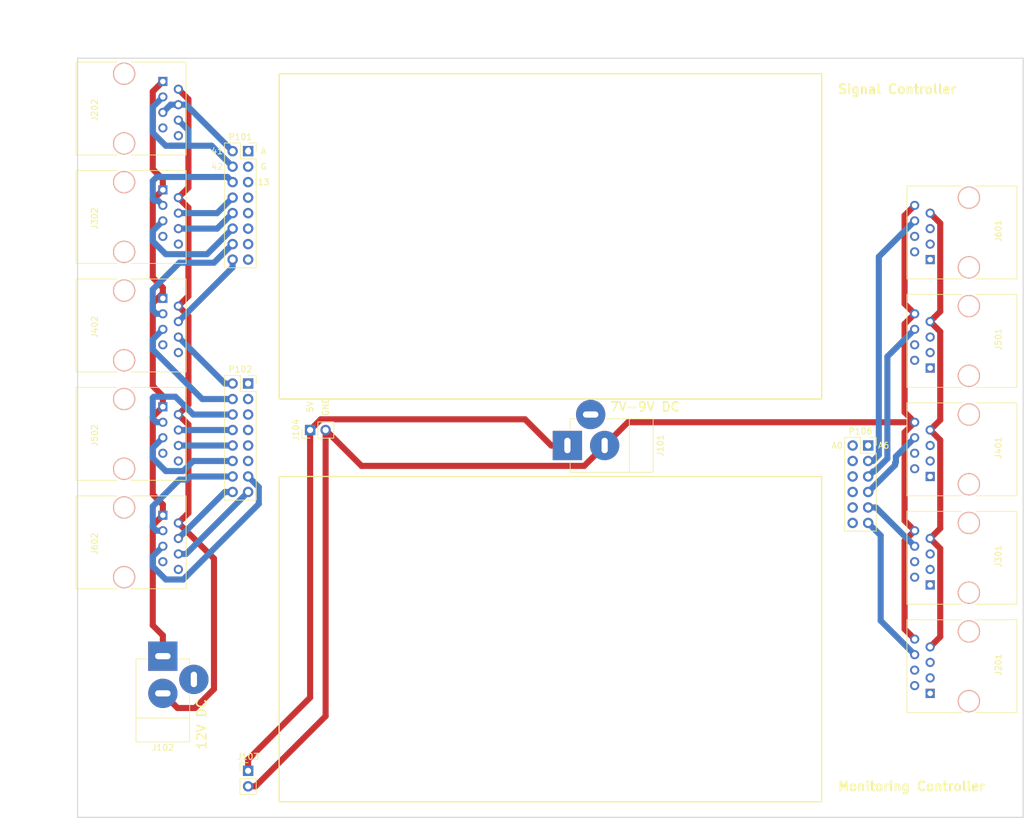
<source format=kicad_pcb>
(kicad_pcb (version 4) (host pcbnew 4.0.7)

  (general
    (links 48)
    (no_connects 0)
    (area 29.535716 11.279234 198.195001 144.855001)
    (thickness 1.6)
    (drawings 20)
    (tracks 197)
    (zones 0)
    (modules 17)
    (nets 29)
  )

  (page A4)
  (layers
    (0 F.Cu signal)
    (31 B.Cu signal)
    (32 B.Adhes user)
    (33 F.Adhes user)
    (34 B.Paste user)
    (35 F.Paste user)
    (36 B.SilkS user)
    (37 F.SilkS user)
    (38 B.Mask user)
    (39 F.Mask user)
    (40 Dwgs.User user)
    (41 Cmts.User user)
    (42 Eco1.User user)
    (43 Eco2.User user)
    (44 Edge.Cuts user)
    (45 Margin user)
    (46 B.CrtYd user)
    (47 F.CrtYd user)
    (48 B.Fab user)
    (49 F.Fab user)
  )

  (setup
    (last_trace_width 1)
    (trace_clearance 0.4)
    (zone_clearance 0.508)
    (zone_45_only no)
    (trace_min 0.2)
    (segment_width 0.2)
    (edge_width 0.15)
    (via_size 1.5)
    (via_drill 0.8)
    (via_min_size 0.4)
    (via_min_drill 0.3)
    (uvia_size 0.3)
    (uvia_drill 0.1)
    (uvias_allowed no)
    (uvia_min_size 0.2)
    (uvia_min_drill 0.1)
    (pcb_text_width 0.3)
    (pcb_text_size 1.5 1.5)
    (mod_edge_width 0.15)
    (mod_text_size 1 1)
    (mod_text_width 0.15)
    (pad_size 1.524 1.524)
    (pad_drill 0.762)
    (pad_to_mask_clearance 0.2)
    (aux_axis_origin 0 0)
    (visible_elements 7FFFEFFF)
    (pcbplotparams
      (layerselection 0x00030_80000001)
      (usegerberextensions false)
      (excludeedgelayer true)
      (linewidth 0.100000)
      (plotframeref false)
      (viasonmask false)
      (mode 1)
      (useauxorigin false)
      (hpglpennumber 1)
      (hpglpenspeed 20)
      (hpglpendiameter 15)
      (hpglpenoverlay 2)
      (psnegative false)
      (psa4output false)
      (plotreference true)
      (plotvalue true)
      (plotinvisibletext false)
      (padsonsilk false)
      (subtractmaskfromsilk false)
      (outputformat 1)
      (mirror false)
      (drillshape 1)
      (scaleselection 1)
      (outputdirectory ""))
  )

  (net 0 "")
  (net 1 ARD_TEMP_HB)
  (net 2 ARD_PWM_1)
  (net 3 ARD_PWM_3)
  (net 4 ARD_PWM_2)
  (net 5 ARD_PWM_4)
  (net 6 ARD_TEMP_A)
  (net 7 ARD_5V)
  (net 8 ARD_GND)
  (net 9 DC_IN)
  (net 10 DC_GND)
  (net 11 ARD_PWM_5)
  (net 12 ARD_PWM_6)
  (net 13 ARD_PWM_7)
  (net 14 ARD_PWM_8)
  (net 15 ARD_HBRIDGE_A)
  (net 16 ARD_HBRIDGE_B)
  (net 17 ARD_PWM_9)
  (net 18 ARD_PWM_10)
  (net 19 ARD_PWM_11)
  (net 20 ARD_PWM_12)
  (net 21 ARD_PWM_13)
  (net 22 ARD_PWM_14)
  (net 23 ARD_PWM_15)
  (net 24 ARD_PWM_16)
  (net 25 "Net-(J101-Pad1)")
  (net 26 ARD_TEMP_D)
  (net 27 ARD_TEMP_C)
  (net 28 ARD_TEMP_B)

  (net_class Default "This is the default net class."
    (clearance 0.4)
    (trace_width 1)
    (via_dia 1.5)
    (via_drill 0.8)
    (uvia_dia 0.3)
    (uvia_drill 0.1)
    (add_net ARD_5V)
    (add_net ARD_GND)
    (add_net ARD_HBRIDGE_A)
    (add_net ARD_HBRIDGE_B)
    (add_net ARD_PWM_1)
    (add_net ARD_PWM_10)
    (add_net ARD_PWM_11)
    (add_net ARD_PWM_12)
    (add_net ARD_PWM_13)
    (add_net ARD_PWM_14)
    (add_net ARD_PWM_15)
    (add_net ARD_PWM_16)
    (add_net ARD_PWM_2)
    (add_net ARD_PWM_3)
    (add_net ARD_PWM_4)
    (add_net ARD_PWM_5)
    (add_net ARD_PWM_6)
    (add_net ARD_PWM_7)
    (add_net ARD_PWM_8)
    (add_net ARD_PWM_9)
    (add_net ARD_TEMP_A)
    (add_net ARD_TEMP_B)
    (add_net ARD_TEMP_C)
    (add_net ARD_TEMP_D)
    (add_net ARD_TEMP_HB)
    (add_net DC_GND)
    (add_net DC_IN)
    (add_net "Net-(J101-Pad1)")
  )

  (module Connectors:JACK_ALIM (layer F.Cu) (tedit 5A2FD67E) (tstamp 5A300BFA)
    (at 123.44 83.82 180)
    (descr "module 1 pin (ou trou mecanique de percage)")
    (tags "CONN JACK")
    (path /5A3106C2)
    (fp_text reference J101 (at -15.24 0 270) (layer F.SilkS)
      (effects (font (size 1 1) (thickness 0.15)))
    )
    (fp_text value "7V-9V DC" (at -12.7 6.35 180) (layer F.SilkS)
      (effects (font (size 1.5 1.5) (thickness 0.25)))
    )
    (fp_line (start -10.15 -4.4) (end -10.15 4.4) (layer F.SilkS) (width 0.12))
    (fp_line (start -6.35 4.4) (end -14.05 4.4) (layer F.SilkS) (width 0.12))
    (fp_line (start -14.05 4.4) (end -14.05 -4.4) (layer F.SilkS) (width 0.12))
    (fp_line (start -14.05 -4.4) (end -13.85 -4.4) (layer F.SilkS) (width 0.12))
    (fp_line (start -0.45 2.55) (end -0.45 4.4) (layer F.SilkS) (width 0.12))
    (fp_line (start -0.45 4.4) (end -1.3 4.4) (layer F.SilkS) (width 0.12))
    (fp_line (start -13.95 -4.4) (end -0.45 -4.4) (layer F.SilkS) (width 0.12))
    (fp_line (start -0.45 -4.4) (end -0.45 -2.55) (layer F.SilkS) (width 0.12))
    (fp_line (start -13.21 -4.32) (end -13.97 -4.32) (layer F.Fab) (width 0.1))
    (fp_line (start -13.97 -4.32) (end -13.97 4.32) (layer F.Fab) (width 0.1))
    (fp_line (start -13.97 4.32) (end -13.21 4.32) (layer F.Fab) (width 0.1))
    (fp_line (start -10.16 -4.32) (end -10.16 4.32) (layer F.Fab) (width 0.1))
    (fp_line (start -0.51 -4.32) (end -0.51 4.32) (layer F.Fab) (width 0.1))
    (fp_line (start -13.21 4.32) (end -0.51 4.32) (layer F.Fab) (width 0.1))
    (fp_line (start -13.21 -4.32) (end -0.51 -4.32) (layer F.Fab) (width 0.1))
    (fp_line (start -14.22 -4.57) (end 2.65 -4.57) (layer F.CrtYd) (width 0.05))
    (fp_line (start -14.22 -4.57) (end -14.22 7.73) (layer F.CrtYd) (width 0.05))
    (fp_line (start 2.65 7.73) (end 2.65 -4.57) (layer F.CrtYd) (width 0.05))
    (fp_line (start 2.65 7.73) (end -14.22 7.73) (layer F.CrtYd) (width 0.05))
    (pad 2 thru_hole circle (at -6.1 0 180) (size 4.8 4.8) (drill oval 1.02 2.54) (layers *.Cu *.Mask)
      (net 8 ARD_GND))
    (pad 1 thru_hole rect (at 0 0 180) (size 4.8 4.8) (drill oval 1.02 2.54) (layers *.Cu *.Mask)
      (net 25 "Net-(J101-Pad1)"))
    (pad 3 thru_hole circle (at -3.81 5.08 180) (size 4.8 4.8) (drill oval 2.54 1.02) (layers *.Cu *.Mask))
    (model ${KISYS3DMOD}/Connectors.3dshapes/JACK_ALIM.wrl
      (at (xyz -0.24 0 0))
      (scale (xyz 0.8 0.8 0.8))
      (rotate (xyz 0 0 0))
    )
  )

  (module Connectors:JACK_ALIM (layer F.Cu) (tedit 5A2FD66C) (tstamp 5A300C2C)
    (at 57.15 118.36 90)
    (descr "module 1 pin (ou trou mecanique de percage)")
    (tags "CONN JACK")
    (path /5A3109C7)
    (fp_text reference J102 (at -14.99 0 180) (layer F.SilkS)
      (effects (font (size 1 1) (thickness 0.15)))
    )
    (fp_text value "12V DC" (at -11.18 6.35 90) (layer F.SilkS)
      (effects (font (size 1.5 1.5) (thickness 0.25)))
    )
    (fp_line (start -10.15 -4.4) (end -10.15 4.4) (layer F.SilkS) (width 0.12))
    (fp_line (start -6.35 4.4) (end -14.05 4.4) (layer F.SilkS) (width 0.12))
    (fp_line (start -14.05 4.4) (end -14.05 -4.4) (layer F.SilkS) (width 0.12))
    (fp_line (start -14.05 -4.4) (end -13.85 -4.4) (layer F.SilkS) (width 0.12))
    (fp_line (start -0.45 2.55) (end -0.45 4.4) (layer F.SilkS) (width 0.12))
    (fp_line (start -0.45 4.4) (end -1.3 4.4) (layer F.SilkS) (width 0.12))
    (fp_line (start -13.95 -4.4) (end -0.45 -4.4) (layer F.SilkS) (width 0.12))
    (fp_line (start -0.45 -4.4) (end -0.45 -2.55) (layer F.SilkS) (width 0.12))
    (fp_line (start -13.21 -4.32) (end -13.97 -4.32) (layer F.Fab) (width 0.1))
    (fp_line (start -13.97 -4.32) (end -13.97 4.32) (layer F.Fab) (width 0.1))
    (fp_line (start -13.97 4.32) (end -13.21 4.32) (layer F.Fab) (width 0.1))
    (fp_line (start -10.16 -4.32) (end -10.16 4.32) (layer F.Fab) (width 0.1))
    (fp_line (start -0.51 -4.32) (end -0.51 4.32) (layer F.Fab) (width 0.1))
    (fp_line (start -13.21 4.32) (end -0.51 4.32) (layer F.Fab) (width 0.1))
    (fp_line (start -13.21 -4.32) (end -0.51 -4.32) (layer F.Fab) (width 0.1))
    (fp_line (start -14.22 -4.57) (end 2.65 -4.57) (layer F.CrtYd) (width 0.05))
    (fp_line (start -14.22 -4.57) (end -14.22 7.73) (layer F.CrtYd) (width 0.05))
    (fp_line (start 2.65 7.73) (end 2.65 -4.57) (layer F.CrtYd) (width 0.05))
    (fp_line (start 2.65 7.73) (end -14.22 7.73) (layer F.CrtYd) (width 0.05))
    (pad 2 thru_hole circle (at -6.1 0 90) (size 4.8 4.8) (drill oval 1.02 2.54) (layers *.Cu *.Mask)
      (net 10 DC_GND))
    (pad 1 thru_hole rect (at 0 0 90) (size 4.8 4.8) (drill oval 1.02 2.54) (layers *.Cu *.Mask)
      (net 9 DC_IN))
    (pad 3 thru_hole circle (at -3.81 5.08 90) (size 4.8 4.8) (drill oval 2.54 1.02) (layers *.Cu *.Mask))
    (model ${KISYS3DMOD}/Connectors.3dshapes/JACK_ALIM.wrl
      (at (xyz -0.24 0 0))
      (scale (xyz 0.8 0.8 0.8))
      (rotate (xyz 0 0 0))
    )
  )

  (module PartsLibraries:RJ45 (layer F.Cu) (tedit 59511D7C) (tstamp 5A2EB831)
    (at 182.88 88.9 90)
    (tags RJ45)
    (path /5A2F40AA/5A2E9F01)
    (fp_text reference J401 (at 4.7 11.18 90) (layer F.SilkS)
      (effects (font (size 1 1) (thickness 0.15)))
    )
    (fp_text value RJ45 (at 4.59 6.25 90) (layer F.Fab)
      (effects (font (size 1 1) (thickness 0.15)))
    )
    (fp_line (start -3.17 14.22) (end 12.07 14.22) (layer F.SilkS) (width 0.12))
    (fp_line (start 12.07 -3.81) (end 12.06 5.18) (layer F.SilkS) (width 0.12))
    (fp_line (start 12.07 -3.81) (end -3.17 -3.81) (layer F.SilkS) (width 0.12))
    (fp_line (start -3.17 -3.81) (end -3.17 5.19) (layer F.SilkS) (width 0.12))
    (fp_line (start 12.06 7.52) (end 12.07 14.22) (layer F.SilkS) (width 0.12))
    (fp_line (start -3.17 7.51) (end -3.17 14.22) (layer F.SilkS) (width 0.12))
    (fp_line (start -3.56 -4.06) (end 12.46 -4.06) (layer F.CrtYd) (width 0.05))
    (fp_line (start -3.56 -4.06) (end -3.56 14.47) (layer F.CrtYd) (width 0.05))
    (fp_line (start 12.46 14.47) (end 12.46 -4.06) (layer F.CrtYd) (width 0.05))
    (fp_line (start 12.46 14.47) (end -3.56 14.47) (layer F.CrtYd) (width 0.05))
    (pad "" np_thru_hole circle (at 10.16 6.35 90) (size 3.65 3.65) (drill 3.25) (layers *.Cu *.SilkS *.Mask))
    (pad "" np_thru_hole circle (at -1.27 6.35 90) (size 3.65 3.65) (drill 3.25) (layers *.Cu *.SilkS *.Mask))
    (pad 1 thru_hole rect (at 0 0 90) (size 1.5 1.5) (drill 0.9) (layers *.Cu *.Mask))
    (pad 2 thru_hole circle (at 1.27 -2.54 90) (size 1.5 1.5) (drill 0.9) (layers *.Cu *.Mask))
    (pad 3 thru_hole circle (at 2.54 0 90) (size 1.5 1.5) (drill 0.9) (layers *.Cu *.Mask))
    (pad 4 thru_hole circle (at 3.81 -2.54 90) (size 1.5 1.5) (drill 0.9) (layers *.Cu *.Mask))
    (pad 5 thru_hole circle (at 5.08 0 90) (size 1.5 1.5) (drill 0.9) (layers *.Cu *.Mask))
    (pad 6 thru_hole circle (at 6.35 -2.54 90) (size 1.5 1.5) (drill 0.9) (layers *.Cu *.Mask)
      (net 28 ARD_TEMP_B))
    (pad 7 thru_hole circle (at 7.62 0 90) (size 1.5 1.5) (drill 0.9) (layers *.Cu *.Mask)
      (net 7 ARD_5V))
    (pad 8 thru_hole circle (at 8.89 -2.54 90) (size 1.5 1.5) (drill 0.9) (layers *.Cu *.Mask)
      (net 8 ARD_GND))
    (model ../../../../../../Development/multilevelinverter/Hardware/3D/RJ45.wrl
      (at (xyz 0.175 -0.667 0.3))
      (scale (xyz 10 10 10))
      (rotate (xyz 270 0 0))
    )
  )

  (module Socket_Strips:Socket_Strip_Straight_2x08_Pitch2.54mm (layer F.Cu) (tedit 5A2EC927) (tstamp 5A2EB8CE)
    (at 71.12 35.56)
    (descr "Through hole straight socket strip, 2x08, 2.54mm pitch, double rows")
    (tags "Through hole socket strip THT 2x08 2.54mm double row")
    (path /599F28C2)
    (fp_text reference P101 (at -1.27 -2.33) (layer F.SilkS)
      (effects (font (size 1 1) (thickness 0.15)))
    )
    (fp_text value Digital (at -1.27 20.11) (layer F.Fab)
      (effects (font (size 1 1) (thickness 0.15)))
    )
    (fp_text user 42 (at -5.08 2.54) (layer F.SilkS)
      (effects (font (size 1 1) (thickness 0.15)))
    )
    (fp_text user 41 (at -5.08 0) (layer F.SilkS)
      (effects (font (size 1 1) (thickness 0.15)))
    )
    (fp_text user 13 (at 2.54 5.08) (layer F.SilkS)
      (effects (font (size 1 1) (thickness 0.15)))
    )
    (fp_text user G (at 2.54 2.54) (layer F.SilkS)
      (effects (font (size 1 1) (thickness 0.15)))
    )
    (fp_text user G (at 0 0) (layer F.SilkS)
      (effects (font (size 1 1) (thickness 0.15)))
    )
    (fp_text user A (at 2.54 0) (layer F.SilkS)
      (effects (font (size 1 1) (thickness 0.15)))
    )
    (fp_line (start -3.81 -1.27) (end -3.81 19.05) (layer F.Fab) (width 0.1))
    (fp_line (start -3.81 19.05) (end 1.27 19.05) (layer F.Fab) (width 0.1))
    (fp_line (start 1.27 19.05) (end 1.27 -1.27) (layer F.Fab) (width 0.1))
    (fp_line (start 1.27 -1.27) (end -3.81 -1.27) (layer F.Fab) (width 0.1))
    (fp_line (start 1.33 1.27) (end 1.33 19.11) (layer F.SilkS) (width 0.12))
    (fp_line (start 1.33 19.11) (end -3.87 19.11) (layer F.SilkS) (width 0.12))
    (fp_line (start -3.87 19.11) (end -3.87 -1.33) (layer F.SilkS) (width 0.12))
    (fp_line (start -3.87 -1.33) (end -1.27 -1.33) (layer F.SilkS) (width 0.12))
    (fp_line (start -1.27 -1.33) (end -1.27 1.27) (layer F.SilkS) (width 0.12))
    (fp_line (start -1.27 1.27) (end 1.33 1.27) (layer F.SilkS) (width 0.12))
    (fp_line (start 1.33 0) (end 1.33 -1.33) (layer F.SilkS) (width 0.12))
    (fp_line (start 1.33 -1.33) (end 0.06 -1.33) (layer F.SilkS) (width 0.12))
    (fp_line (start -4.35 -1.8) (end -4.35 19.55) (layer F.CrtYd) (width 0.05))
    (fp_line (start -4.35 19.55) (end 1.8 19.55) (layer F.CrtYd) (width 0.05))
    (fp_line (start 1.8 19.55) (end 1.8 -1.8) (layer F.CrtYd) (width 0.05))
    (fp_line (start 1.8 -1.8) (end -4.35 -1.8) (layer F.CrtYd) (width 0.05))
    (fp_text user %R (at -1.27 -2.33) (layer F.Fab)
      (effects (font (size 1 1) (thickness 0.15)))
    )
    (pad 1 thru_hole rect (at 0 0) (size 1.7 1.7) (drill 1) (layers *.Cu *.Mask))
    (pad 2 thru_hole oval (at -2.54 0) (size 1.7 1.7) (drill 1) (layers *.Cu *.Mask)
      (net 16 ARD_HBRIDGE_B))
    (pad 3 thru_hole oval (at 0 2.54) (size 1.7 1.7) (drill 1) (layers *.Cu *.Mask))
    (pad 4 thru_hole oval (at -2.54 2.54) (size 1.7 1.7) (drill 1) (layers *.Cu *.Mask)
      (net 15 ARD_HBRIDGE_A))
    (pad 5 thru_hole oval (at 0 5.08) (size 1.7 1.7) (drill 1) (layers *.Cu *.Mask))
    (pad 6 thru_hole oval (at -2.54 5.08) (size 1.7 1.7) (drill 1) (layers *.Cu *.Mask)
      (net 2 ARD_PWM_1))
    (pad 7 thru_hole oval (at 0 7.62) (size 1.7 1.7) (drill 1) (layers *.Cu *.Mask))
    (pad 8 thru_hole oval (at -2.54 7.62) (size 1.7 1.7) (drill 1) (layers *.Cu *.Mask)
      (net 4 ARD_PWM_2))
    (pad 9 thru_hole oval (at 0 10.16) (size 1.7 1.7) (drill 1) (layers *.Cu *.Mask))
    (pad 10 thru_hole oval (at -2.54 10.16) (size 1.7 1.7) (drill 1) (layers *.Cu *.Mask)
      (net 5 ARD_PWM_4))
    (pad 11 thru_hole oval (at 0 12.7) (size 1.7 1.7) (drill 1) (layers *.Cu *.Mask))
    (pad 12 thru_hole oval (at -2.54 12.7) (size 1.7 1.7) (drill 1) (layers *.Cu *.Mask)
      (net 3 ARD_PWM_3))
    (pad 13 thru_hole oval (at 0 15.24) (size 1.7 1.7) (drill 1) (layers *.Cu *.Mask))
    (pad 14 thru_hole oval (at -2.54 15.24) (size 1.7 1.7) (drill 1) (layers *.Cu *.Mask)
      (net 11 ARD_PWM_5))
    (pad 15 thru_hole oval (at 0 17.78) (size 1.7 1.7) (drill 1) (layers *.Cu *.Mask))
    (pad 16 thru_hole oval (at -2.54 17.78) (size 1.7 1.7) (drill 1) (layers *.Cu *.Mask)
      (net 12 ARD_PWM_6))
    (model ${KISYS3DMOD}/Socket_Strips.3dshapes/Socket_Strip_Straight_2x08_Pitch2.54mm.wrl
      (at (xyz -0.05 -0.35 0))
      (scale (xyz 1 1 1))
      (rotate (xyz 0 0 270))
    )
  )

  (module Socket_Strips:Socket_Strip_Straight_2x06_Pitch2.54mm (layer F.Cu) (tedit 5A2EC839) (tstamp 5A2EB97F)
    (at 172.72 83.82)
    (descr "Through hole straight socket strip, 2x06, 2.54mm pitch, double rows")
    (tags "Through hole socket strip THT 2x06 2.54mm double row")
    (path /599F771D)
    (fp_text reference P106 (at -1.27 -2.33) (layer F.SilkS)
      (effects (font (size 1 1) (thickness 0.15)))
    )
    (fp_text value Analog (at -1.27 15.03) (layer F.Fab)
      (effects (font (size 1 1) (thickness 0.15)))
    )
    (fp_text user A0 (at -5.08 0) (layer F.SilkS)
      (effects (font (size 1 1) (thickness 0.15)))
    )
    (fp_text user A6 (at 2.54 0) (layer F.SilkS)
      (effects (font (size 1 1) (thickness 0.15)))
    )
    (fp_line (start -3.81 -1.27) (end -3.81 13.97) (layer F.Fab) (width 0.1))
    (fp_line (start -3.81 13.97) (end 1.27 13.97) (layer F.Fab) (width 0.1))
    (fp_line (start 1.27 13.97) (end 1.27 -1.27) (layer F.Fab) (width 0.1))
    (fp_line (start 1.27 -1.27) (end -3.81 -1.27) (layer F.Fab) (width 0.1))
    (fp_line (start 1.33 1.27) (end 1.33 14.03) (layer F.SilkS) (width 0.12))
    (fp_line (start 1.33 14.03) (end -3.87 14.03) (layer F.SilkS) (width 0.12))
    (fp_line (start -3.87 14.03) (end -3.87 -1.33) (layer F.SilkS) (width 0.12))
    (fp_line (start -3.87 -1.33) (end -1.27 -1.33) (layer F.SilkS) (width 0.12))
    (fp_line (start -1.27 -1.33) (end -1.27 1.27) (layer F.SilkS) (width 0.12))
    (fp_line (start -1.27 1.27) (end 1.33 1.27) (layer F.SilkS) (width 0.12))
    (fp_line (start 1.33 0) (end 1.33 -1.33) (layer F.SilkS) (width 0.12))
    (fp_line (start 1.33 -1.33) (end 0.06 -1.33) (layer F.SilkS) (width 0.12))
    (fp_line (start -4.35 -1.8) (end -4.35 14.5) (layer F.CrtYd) (width 0.05))
    (fp_line (start -4.35 14.5) (end 1.8 14.5) (layer F.CrtYd) (width 0.05))
    (fp_line (start 1.8 14.5) (end 1.8 -1.8) (layer F.CrtYd) (width 0.05))
    (fp_line (start 1.8 -1.8) (end -4.35 -1.8) (layer F.CrtYd) (width 0.05))
    (fp_text user %R (at -1.27 -2.33) (layer F.Fab)
      (effects (font (size 1 1) (thickness 0.15)))
    )
    (pad 1 thru_hole rect (at 0 0) (size 1.7 1.7) (drill 1) (layers *.Cu *.Mask))
    (pad 2 thru_hole oval (at -2.54 0) (size 1.7 1.7) (drill 1) (layers *.Cu *.Mask))
    (pad 3 thru_hole oval (at 0 2.54) (size 1.7 1.7) (drill 1) (layers *.Cu *.Mask)
      (net 26 ARD_TEMP_D))
    (pad 4 thru_hole oval (at -2.54 2.54) (size 1.7 1.7) (drill 1) (layers *.Cu *.Mask))
    (pad 5 thru_hole oval (at 0 5.08) (size 1.7 1.7) (drill 1) (layers *.Cu *.Mask)
      (net 27 ARD_TEMP_C))
    (pad 6 thru_hole oval (at -2.54 5.08) (size 1.7 1.7) (drill 1) (layers *.Cu *.Mask))
    (pad 7 thru_hole oval (at 0 7.62) (size 1.7 1.7) (drill 1) (layers *.Cu *.Mask)
      (net 28 ARD_TEMP_B))
    (pad 8 thru_hole oval (at -2.54 7.62) (size 1.7 1.7) (drill 1) (layers *.Cu *.Mask))
    (pad 9 thru_hole oval (at 0 10.16) (size 1.7 1.7) (drill 1) (layers *.Cu *.Mask)
      (net 6 ARD_TEMP_A))
    (pad 10 thru_hole oval (at -2.54 10.16) (size 1.7 1.7) (drill 1) (layers *.Cu *.Mask))
    (pad 11 thru_hole oval (at 0 12.7) (size 1.7 1.7) (drill 1) (layers *.Cu *.Mask)
      (net 1 ARD_TEMP_HB))
    (pad 12 thru_hole oval (at -2.54 12.7) (size 1.7 1.7) (drill 1) (layers *.Cu *.Mask))
    (model ${KISYS3DMOD}/Socket_Strips.3dshapes/Socket_Strip_Straight_2x06_Pitch2.54mm.wrl
      (at (xyz -0.05 -0.25 0))
      (scale (xyz 1 1 1))
      (rotate (xyz 0 0 270))
    )
  )

  (module Socket_Strips:Socket_Strip_Straight_1x02_Pitch2.54mm (layer F.Cu) (tedit 5A2EC674) (tstamp 5A2EC676)
    (at 81.28 81.28 90)
    (descr "Through hole straight socket strip, 1x02, 2.54mm pitch, single row")
    (tags "Through hole socket strip THT 1x02 2.54mm single row")
    (path /599F9F17)
    (fp_text reference J104 (at 0 -2.33 90) (layer F.SilkS)
      (effects (font (size 1 1) (thickness 0.15)))
    )
    (fp_text value ARD_MONITOR (at 0 4.87 90) (layer F.Fab)
      (effects (font (size 1 1) (thickness 0.15)))
    )
    (fp_text user 5V (at 3.81 0 90) (layer F.SilkS)
      (effects (font (size 1 1) (thickness 0.15)))
    )
    (fp_text user GND (at 3.81 2.54 90) (layer F.SilkS)
      (effects (font (size 1 1) (thickness 0.15)))
    )
    (fp_line (start -1.27 -1.27) (end -1.27 3.81) (layer F.Fab) (width 0.1))
    (fp_line (start -1.27 3.81) (end 1.27 3.81) (layer F.Fab) (width 0.1))
    (fp_line (start 1.27 3.81) (end 1.27 -1.27) (layer F.Fab) (width 0.1))
    (fp_line (start 1.27 -1.27) (end -1.27 -1.27) (layer F.Fab) (width 0.1))
    (fp_line (start -1.33 1.27) (end -1.33 3.87) (layer F.SilkS) (width 0.12))
    (fp_line (start -1.33 3.87) (end 1.33 3.87) (layer F.SilkS) (width 0.12))
    (fp_line (start 1.33 3.87) (end 1.33 1.27) (layer F.SilkS) (width 0.12))
    (fp_line (start 1.33 1.27) (end -1.33 1.27) (layer F.SilkS) (width 0.12))
    (fp_line (start -1.33 0) (end -1.33 -1.33) (layer F.SilkS) (width 0.12))
    (fp_line (start -1.33 -1.33) (end 0 -1.33) (layer F.SilkS) (width 0.12))
    (fp_line (start -1.8 -1.8) (end -1.8 4.35) (layer F.CrtYd) (width 0.05))
    (fp_line (start -1.8 4.35) (end 1.8 4.35) (layer F.CrtYd) (width 0.05))
    (fp_line (start 1.8 4.35) (end 1.8 -1.8) (layer F.CrtYd) (width 0.05))
    (fp_line (start 1.8 -1.8) (end -1.8 -1.8) (layer F.CrtYd) (width 0.05))
    (fp_text user %R (at 0 -2.33 90) (layer F.Fab)
      (effects (font (size 1 1) (thickness 0.15)))
    )
    (pad 1 thru_hole rect (at 0 0 90) (size 1.7 1.7) (drill 1) (layers *.Cu *.Mask)
      (net 25 "Net-(J101-Pad1)"))
    (pad 2 thru_hole oval (at 0 2.54 90) (size 1.7 1.7) (drill 1) (layers *.Cu *.Mask)
      (net 8 ARD_GND))
    (model ${KISYS3DMOD}/Socket_Strips.3dshapes/Socket_Strip_Straight_1x02_Pitch2.54mm.wrl
      (at (xyz 0 -0.05 0))
      (scale (xyz 1 1 1))
      (rotate (xyz 0 0 270))
    )
  )

  (module PartsLibraries:RJ45 (layer F.Cu) (tedit 59511D7C) (tstamp 5A2EB7D1)
    (at 182.88 124.46 90)
    (tags RJ45)
    (path /5A2F1991/5A2E9F01)
    (fp_text reference J201 (at 4.7 11.18 90) (layer F.SilkS)
      (effects (font (size 1 1) (thickness 0.15)))
    )
    (fp_text value RJ45 (at 4.59 6.25 90) (layer F.Fab)
      (effects (font (size 1 1) (thickness 0.15)))
    )
    (fp_line (start -3.17 14.22) (end 12.07 14.22) (layer F.SilkS) (width 0.12))
    (fp_line (start 12.07 -3.81) (end 12.06 5.18) (layer F.SilkS) (width 0.12))
    (fp_line (start 12.07 -3.81) (end -3.17 -3.81) (layer F.SilkS) (width 0.12))
    (fp_line (start -3.17 -3.81) (end -3.17 5.19) (layer F.SilkS) (width 0.12))
    (fp_line (start 12.06 7.52) (end 12.07 14.22) (layer F.SilkS) (width 0.12))
    (fp_line (start -3.17 7.51) (end -3.17 14.22) (layer F.SilkS) (width 0.12))
    (fp_line (start -3.56 -4.06) (end 12.46 -4.06) (layer F.CrtYd) (width 0.05))
    (fp_line (start -3.56 -4.06) (end -3.56 14.47) (layer F.CrtYd) (width 0.05))
    (fp_line (start 12.46 14.47) (end 12.46 -4.06) (layer F.CrtYd) (width 0.05))
    (fp_line (start 12.46 14.47) (end -3.56 14.47) (layer F.CrtYd) (width 0.05))
    (pad "" np_thru_hole circle (at 10.16 6.35 90) (size 3.65 3.65) (drill 3.25) (layers *.Cu *.SilkS *.Mask))
    (pad "" np_thru_hole circle (at -1.27 6.35 90) (size 3.65 3.65) (drill 3.25) (layers *.Cu *.SilkS *.Mask))
    (pad 1 thru_hole rect (at 0 0 90) (size 1.5 1.5) (drill 0.9) (layers *.Cu *.Mask))
    (pad 2 thru_hole circle (at 1.27 -2.54 90) (size 1.5 1.5) (drill 0.9) (layers *.Cu *.Mask))
    (pad 3 thru_hole circle (at 2.54 0 90) (size 1.5 1.5) (drill 0.9) (layers *.Cu *.Mask))
    (pad 4 thru_hole circle (at 3.81 -2.54 90) (size 1.5 1.5) (drill 0.9) (layers *.Cu *.Mask))
    (pad 5 thru_hole circle (at 5.08 0 90) (size 1.5 1.5) (drill 0.9) (layers *.Cu *.Mask))
    (pad 6 thru_hole circle (at 6.35 -2.54 90) (size 1.5 1.5) (drill 0.9) (layers *.Cu *.Mask)
      (net 1 ARD_TEMP_HB))
    (pad 7 thru_hole circle (at 7.62 0 90) (size 1.5 1.5) (drill 0.9) (layers *.Cu *.Mask)
      (net 7 ARD_5V))
    (pad 8 thru_hole circle (at 8.89 -2.54 90) (size 1.5 1.5) (drill 0.9) (layers *.Cu *.Mask)
      (net 8 ARD_GND))
    (model ../../../../../../Development/multilevelinverter/Hardware/3D/RJ45.wrl
      (at (xyz 0.175 -0.667 0.3))
      (scale (xyz 10 10 10))
      (rotate (xyz 270 0 0))
    )
  )

  (module PartsLibraries:RJ45 (layer F.Cu) (tedit 59511D7C) (tstamp 5A2EB7E9)
    (at 57.15 24.13 270)
    (tags RJ45)
    (path /5A2F1991/5A2E9F0E)
    (fp_text reference J202 (at 4.7 11.18 270) (layer F.SilkS)
      (effects (font (size 1 1) (thickness 0.15)))
    )
    (fp_text value RJ45 (at 4.59 6.25 270) (layer F.Fab)
      (effects (font (size 1 1) (thickness 0.15)))
    )
    (fp_line (start -3.17 14.22) (end 12.07 14.22) (layer F.SilkS) (width 0.12))
    (fp_line (start 12.07 -3.81) (end 12.06 5.18) (layer F.SilkS) (width 0.12))
    (fp_line (start 12.07 -3.81) (end -3.17 -3.81) (layer F.SilkS) (width 0.12))
    (fp_line (start -3.17 -3.81) (end -3.17 5.19) (layer F.SilkS) (width 0.12))
    (fp_line (start 12.06 7.52) (end 12.07 14.22) (layer F.SilkS) (width 0.12))
    (fp_line (start -3.17 7.51) (end -3.17 14.22) (layer F.SilkS) (width 0.12))
    (fp_line (start -3.56 -4.06) (end 12.46 -4.06) (layer F.CrtYd) (width 0.05))
    (fp_line (start -3.56 -4.06) (end -3.56 14.47) (layer F.CrtYd) (width 0.05))
    (fp_line (start 12.46 14.47) (end 12.46 -4.06) (layer F.CrtYd) (width 0.05))
    (fp_line (start 12.46 14.47) (end -3.56 14.47) (layer F.CrtYd) (width 0.05))
    (pad "" np_thru_hole circle (at 10.16 6.35 270) (size 3.65 3.65) (drill 3.25) (layers *.Cu *.SilkS *.Mask))
    (pad "" np_thru_hole circle (at -1.27 6.35 270) (size 3.65 3.65) (drill 3.25) (layers *.Cu *.SilkS *.Mask))
    (pad 1 thru_hole rect (at 0 0 270) (size 1.5 1.5) (drill 0.9) (layers *.Cu *.Mask)
      (net 9 DC_IN))
    (pad 2 thru_hole circle (at 1.27 -2.54 270) (size 1.5 1.5) (drill 0.9) (layers *.Cu *.Mask)
      (net 10 DC_GND))
    (pad 3 thru_hole circle (at 2.54 0 270) (size 1.5 1.5) (drill 0.9) (layers *.Cu *.Mask)
      (net 15 ARD_HBRIDGE_A))
    (pad 4 thru_hole circle (at 3.81 -2.54 270) (size 1.5 1.5) (drill 0.9) (layers *.Cu *.Mask)
      (net 16 ARD_HBRIDGE_B))
    (pad 5 thru_hole circle (at 5.08 0 270) (size 1.5 1.5) (drill 0.9) (layers *.Cu *.Mask)
      (net 16 ARD_HBRIDGE_B))
    (pad 6 thru_hole circle (at 6.35 -2.54 270) (size 1.5 1.5) (drill 0.9) (layers *.Cu *.Mask)
      (net 15 ARD_HBRIDGE_A))
    (pad 7 thru_hole circle (at 7.62 0 270) (size 1.5 1.5) (drill 0.9) (layers *.Cu *.Mask))
    (pad 8 thru_hole circle (at 8.89 -2.54 270) (size 1.5 1.5) (drill 0.9) (layers *.Cu *.Mask))
    (model ../../../../../../Development/multilevelinverter/Hardware/3D/RJ45.wrl
      (at (xyz 0.175 -0.667 0.3))
      (scale (xyz 10 10 10))
      (rotate (xyz 270 0 0))
    )
  )

  (module PartsLibraries:RJ45 (layer F.Cu) (tedit 59511D7C) (tstamp 5A2EB801)
    (at 182.88 106.68 90)
    (tags RJ45)
    (path /5A2F08D5/5A2E9F01)
    (fp_text reference J301 (at 4.7 11.18 90) (layer F.SilkS)
      (effects (font (size 1 1) (thickness 0.15)))
    )
    (fp_text value RJ45 (at 4.59 6.25 90) (layer F.Fab)
      (effects (font (size 1 1) (thickness 0.15)))
    )
    (fp_line (start -3.17 14.22) (end 12.07 14.22) (layer F.SilkS) (width 0.12))
    (fp_line (start 12.07 -3.81) (end 12.06 5.18) (layer F.SilkS) (width 0.12))
    (fp_line (start 12.07 -3.81) (end -3.17 -3.81) (layer F.SilkS) (width 0.12))
    (fp_line (start -3.17 -3.81) (end -3.17 5.19) (layer F.SilkS) (width 0.12))
    (fp_line (start 12.06 7.52) (end 12.07 14.22) (layer F.SilkS) (width 0.12))
    (fp_line (start -3.17 7.51) (end -3.17 14.22) (layer F.SilkS) (width 0.12))
    (fp_line (start -3.56 -4.06) (end 12.46 -4.06) (layer F.CrtYd) (width 0.05))
    (fp_line (start -3.56 -4.06) (end -3.56 14.47) (layer F.CrtYd) (width 0.05))
    (fp_line (start 12.46 14.47) (end 12.46 -4.06) (layer F.CrtYd) (width 0.05))
    (fp_line (start 12.46 14.47) (end -3.56 14.47) (layer F.CrtYd) (width 0.05))
    (pad "" np_thru_hole circle (at 10.16 6.35 90) (size 3.65 3.65) (drill 3.25) (layers *.Cu *.SilkS *.Mask))
    (pad "" np_thru_hole circle (at -1.27 6.35 90) (size 3.65 3.65) (drill 3.25) (layers *.Cu *.SilkS *.Mask))
    (pad 1 thru_hole rect (at 0 0 90) (size 1.5 1.5) (drill 0.9) (layers *.Cu *.Mask))
    (pad 2 thru_hole circle (at 1.27 -2.54 90) (size 1.5 1.5) (drill 0.9) (layers *.Cu *.Mask))
    (pad 3 thru_hole circle (at 2.54 0 90) (size 1.5 1.5) (drill 0.9) (layers *.Cu *.Mask))
    (pad 4 thru_hole circle (at 3.81 -2.54 90) (size 1.5 1.5) (drill 0.9) (layers *.Cu *.Mask))
    (pad 5 thru_hole circle (at 5.08 0 90) (size 1.5 1.5) (drill 0.9) (layers *.Cu *.Mask))
    (pad 6 thru_hole circle (at 6.35 -2.54 90) (size 1.5 1.5) (drill 0.9) (layers *.Cu *.Mask)
      (net 6 ARD_TEMP_A))
    (pad 7 thru_hole circle (at 7.62 0 90) (size 1.5 1.5) (drill 0.9) (layers *.Cu *.Mask)
      (net 7 ARD_5V))
    (pad 8 thru_hole circle (at 8.89 -2.54 90) (size 1.5 1.5) (drill 0.9) (layers *.Cu *.Mask)
      (net 8 ARD_GND))
    (model ../../../../../../Development/multilevelinverter/Hardware/3D/RJ45.wrl
      (at (xyz 0.175 -0.667 0.3))
      (scale (xyz 10 10 10))
      (rotate (xyz 270 0 0))
    )
  )

  (module PartsLibraries:RJ45 (layer F.Cu) (tedit 59511D7C) (tstamp 5A2EB819)
    (at 57.15 41.91 270)
    (tags RJ45)
    (path /5A2F08D5/5A2E9F0E)
    (fp_text reference J302 (at 4.7 11.18 270) (layer F.SilkS)
      (effects (font (size 1 1) (thickness 0.15)))
    )
    (fp_text value RJ45 (at 4.59 6.25 270) (layer F.Fab)
      (effects (font (size 1 1) (thickness 0.15)))
    )
    (fp_line (start -3.17 14.22) (end 12.07 14.22) (layer F.SilkS) (width 0.12))
    (fp_line (start 12.07 -3.81) (end 12.06 5.18) (layer F.SilkS) (width 0.12))
    (fp_line (start 12.07 -3.81) (end -3.17 -3.81) (layer F.SilkS) (width 0.12))
    (fp_line (start -3.17 -3.81) (end -3.17 5.19) (layer F.SilkS) (width 0.12))
    (fp_line (start 12.06 7.52) (end 12.07 14.22) (layer F.SilkS) (width 0.12))
    (fp_line (start -3.17 7.51) (end -3.17 14.22) (layer F.SilkS) (width 0.12))
    (fp_line (start -3.56 -4.06) (end 12.46 -4.06) (layer F.CrtYd) (width 0.05))
    (fp_line (start -3.56 -4.06) (end -3.56 14.47) (layer F.CrtYd) (width 0.05))
    (fp_line (start 12.46 14.47) (end 12.46 -4.06) (layer F.CrtYd) (width 0.05))
    (fp_line (start 12.46 14.47) (end -3.56 14.47) (layer F.CrtYd) (width 0.05))
    (pad "" np_thru_hole circle (at 10.16 6.35 270) (size 3.65 3.65) (drill 3.25) (layers *.Cu *.SilkS *.Mask))
    (pad "" np_thru_hole circle (at -1.27 6.35 270) (size 3.65 3.65) (drill 3.25) (layers *.Cu *.SilkS *.Mask))
    (pad 1 thru_hole rect (at 0 0 270) (size 1.5 1.5) (drill 0.9) (layers *.Cu *.Mask)
      (net 9 DC_IN))
    (pad 2 thru_hole circle (at 1.27 -2.54 270) (size 1.5 1.5) (drill 0.9) (layers *.Cu *.Mask)
      (net 10 DC_GND))
    (pad 3 thru_hole circle (at 2.54 0 270) (size 1.5 1.5) (drill 0.9) (layers *.Cu *.Mask)
      (net 2 ARD_PWM_1))
    (pad 4 thru_hole circle (at 3.81 -2.54 270) (size 1.5 1.5) (drill 0.9) (layers *.Cu *.Mask)
      (net 4 ARD_PWM_2))
    (pad 5 thru_hole circle (at 5.08 0 270) (size 1.5 1.5) (drill 0.9) (layers *.Cu *.Mask)
      (net 3 ARD_PWM_3))
    (pad 6 thru_hole circle (at 6.35 -2.54 270) (size 1.5 1.5) (drill 0.9) (layers *.Cu *.Mask)
      (net 5 ARD_PWM_4))
    (pad 7 thru_hole circle (at 7.62 0 270) (size 1.5 1.5) (drill 0.9) (layers *.Cu *.Mask))
    (pad 8 thru_hole circle (at 8.89 -2.54 270) (size 1.5 1.5) (drill 0.9) (layers *.Cu *.Mask))
    (model ../../../../../../Development/multilevelinverter/Hardware/3D/RJ45.wrl
      (at (xyz 0.175 -0.667 0.3))
      (scale (xyz 10 10 10))
      (rotate (xyz 270 0 0))
    )
  )

  (module PartsLibraries:RJ45 (layer F.Cu) (tedit 59511D7C) (tstamp 5A2EB849)
    (at 57.15 59.69 270)
    (tags RJ45)
    (path /5A2F40AA/5A2E9F0E)
    (fp_text reference J402 (at 4.7 11.18 270) (layer F.SilkS)
      (effects (font (size 1 1) (thickness 0.15)))
    )
    (fp_text value RJ45 (at 4.59 6.25 270) (layer F.Fab)
      (effects (font (size 1 1) (thickness 0.15)))
    )
    (fp_line (start -3.17 14.22) (end 12.07 14.22) (layer F.SilkS) (width 0.12))
    (fp_line (start 12.07 -3.81) (end 12.06 5.18) (layer F.SilkS) (width 0.12))
    (fp_line (start 12.07 -3.81) (end -3.17 -3.81) (layer F.SilkS) (width 0.12))
    (fp_line (start -3.17 -3.81) (end -3.17 5.19) (layer F.SilkS) (width 0.12))
    (fp_line (start 12.06 7.52) (end 12.07 14.22) (layer F.SilkS) (width 0.12))
    (fp_line (start -3.17 7.51) (end -3.17 14.22) (layer F.SilkS) (width 0.12))
    (fp_line (start -3.56 -4.06) (end 12.46 -4.06) (layer F.CrtYd) (width 0.05))
    (fp_line (start -3.56 -4.06) (end -3.56 14.47) (layer F.CrtYd) (width 0.05))
    (fp_line (start 12.46 14.47) (end 12.46 -4.06) (layer F.CrtYd) (width 0.05))
    (fp_line (start 12.46 14.47) (end -3.56 14.47) (layer F.CrtYd) (width 0.05))
    (pad "" np_thru_hole circle (at 10.16 6.35 270) (size 3.65 3.65) (drill 3.25) (layers *.Cu *.SilkS *.Mask))
    (pad "" np_thru_hole circle (at -1.27 6.35 270) (size 3.65 3.65) (drill 3.25) (layers *.Cu *.SilkS *.Mask))
    (pad 1 thru_hole rect (at 0 0 270) (size 1.5 1.5) (drill 0.9) (layers *.Cu *.Mask)
      (net 9 DC_IN))
    (pad 2 thru_hole circle (at 1.27 -2.54 270) (size 1.5 1.5) (drill 0.9) (layers *.Cu *.Mask)
      (net 10 DC_GND))
    (pad 3 thru_hole circle (at 2.54 0 270) (size 1.5 1.5) (drill 0.9) (layers *.Cu *.Mask)
      (net 11 ARD_PWM_5))
    (pad 4 thru_hole circle (at 3.81 -2.54 270) (size 1.5 1.5) (drill 0.9) (layers *.Cu *.Mask)
      (net 12 ARD_PWM_6))
    (pad 5 thru_hole circle (at 5.08 0 270) (size 1.5 1.5) (drill 0.9) (layers *.Cu *.Mask)
      (net 13 ARD_PWM_7))
    (pad 6 thru_hole circle (at 6.35 -2.54 270) (size 1.5 1.5) (drill 0.9) (layers *.Cu *.Mask)
      (net 14 ARD_PWM_8))
    (pad 7 thru_hole circle (at 7.62 0 270) (size 1.5 1.5) (drill 0.9) (layers *.Cu *.Mask))
    (pad 8 thru_hole circle (at 8.89 -2.54 270) (size 1.5 1.5) (drill 0.9) (layers *.Cu *.Mask))
    (model ../../../../../../Development/multilevelinverter/Hardware/3D/RJ45.wrl
      (at (xyz 0.175 -0.667 0.3))
      (scale (xyz 10 10 10))
      (rotate (xyz 270 0 0))
    )
  )

  (module PartsLibraries:RJ45 (layer F.Cu) (tedit 59511D7C) (tstamp 5A2EB861)
    (at 182.88 71.12 90)
    (tags RJ45)
    (path /5A2F0F54/5A2E9F01)
    (fp_text reference J501 (at 4.7 11.18 90) (layer F.SilkS)
      (effects (font (size 1 1) (thickness 0.15)))
    )
    (fp_text value RJ45 (at 4.59 6.25 90) (layer F.Fab)
      (effects (font (size 1 1) (thickness 0.15)))
    )
    (fp_line (start -3.17 14.22) (end 12.07 14.22) (layer F.SilkS) (width 0.12))
    (fp_line (start 12.07 -3.81) (end 12.06 5.18) (layer F.SilkS) (width 0.12))
    (fp_line (start 12.07 -3.81) (end -3.17 -3.81) (layer F.SilkS) (width 0.12))
    (fp_line (start -3.17 -3.81) (end -3.17 5.19) (layer F.SilkS) (width 0.12))
    (fp_line (start 12.06 7.52) (end 12.07 14.22) (layer F.SilkS) (width 0.12))
    (fp_line (start -3.17 7.51) (end -3.17 14.22) (layer F.SilkS) (width 0.12))
    (fp_line (start -3.56 -4.06) (end 12.46 -4.06) (layer F.CrtYd) (width 0.05))
    (fp_line (start -3.56 -4.06) (end -3.56 14.47) (layer F.CrtYd) (width 0.05))
    (fp_line (start 12.46 14.47) (end 12.46 -4.06) (layer F.CrtYd) (width 0.05))
    (fp_line (start 12.46 14.47) (end -3.56 14.47) (layer F.CrtYd) (width 0.05))
    (pad "" np_thru_hole circle (at 10.16 6.35 90) (size 3.65 3.65) (drill 3.25) (layers *.Cu *.SilkS *.Mask))
    (pad "" np_thru_hole circle (at -1.27 6.35 90) (size 3.65 3.65) (drill 3.25) (layers *.Cu *.SilkS *.Mask))
    (pad 1 thru_hole rect (at 0 0 90) (size 1.5 1.5) (drill 0.9) (layers *.Cu *.Mask))
    (pad 2 thru_hole circle (at 1.27 -2.54 90) (size 1.5 1.5) (drill 0.9) (layers *.Cu *.Mask))
    (pad 3 thru_hole circle (at 2.54 0 90) (size 1.5 1.5) (drill 0.9) (layers *.Cu *.Mask))
    (pad 4 thru_hole circle (at 3.81 -2.54 90) (size 1.5 1.5) (drill 0.9) (layers *.Cu *.Mask))
    (pad 5 thru_hole circle (at 5.08 0 90) (size 1.5 1.5) (drill 0.9) (layers *.Cu *.Mask))
    (pad 6 thru_hole circle (at 6.35 -2.54 90) (size 1.5 1.5) (drill 0.9) (layers *.Cu *.Mask)
      (net 27 ARD_TEMP_C))
    (pad 7 thru_hole circle (at 7.62 0 90) (size 1.5 1.5) (drill 0.9) (layers *.Cu *.Mask)
      (net 7 ARD_5V))
    (pad 8 thru_hole circle (at 8.89 -2.54 90) (size 1.5 1.5) (drill 0.9) (layers *.Cu *.Mask)
      (net 8 ARD_GND))
    (model ../../../../../../Development/multilevelinverter/Hardware/3D/RJ45.wrl
      (at (xyz 0.175 -0.667 0.3))
      (scale (xyz 10 10 10))
      (rotate (xyz 270 0 0))
    )
  )

  (module PartsLibraries:RJ45 (layer F.Cu) (tedit 59511D7C) (tstamp 5A2EB879)
    (at 57.15 77.47 270)
    (tags RJ45)
    (path /5A2F0F54/5A2E9F0E)
    (fp_text reference J502 (at 4.7 11.18 270) (layer F.SilkS)
      (effects (font (size 1 1) (thickness 0.15)))
    )
    (fp_text value RJ45 (at 4.59 6.25 270) (layer F.Fab)
      (effects (font (size 1 1) (thickness 0.15)))
    )
    (fp_line (start -3.17 14.22) (end 12.07 14.22) (layer F.SilkS) (width 0.12))
    (fp_line (start 12.07 -3.81) (end 12.06 5.18) (layer F.SilkS) (width 0.12))
    (fp_line (start 12.07 -3.81) (end -3.17 -3.81) (layer F.SilkS) (width 0.12))
    (fp_line (start -3.17 -3.81) (end -3.17 5.19) (layer F.SilkS) (width 0.12))
    (fp_line (start 12.06 7.52) (end 12.07 14.22) (layer F.SilkS) (width 0.12))
    (fp_line (start -3.17 7.51) (end -3.17 14.22) (layer F.SilkS) (width 0.12))
    (fp_line (start -3.56 -4.06) (end 12.46 -4.06) (layer F.CrtYd) (width 0.05))
    (fp_line (start -3.56 -4.06) (end -3.56 14.47) (layer F.CrtYd) (width 0.05))
    (fp_line (start 12.46 14.47) (end 12.46 -4.06) (layer F.CrtYd) (width 0.05))
    (fp_line (start 12.46 14.47) (end -3.56 14.47) (layer F.CrtYd) (width 0.05))
    (pad "" np_thru_hole circle (at 10.16 6.35 270) (size 3.65 3.65) (drill 3.25) (layers *.Cu *.SilkS *.Mask))
    (pad "" np_thru_hole circle (at -1.27 6.35 270) (size 3.65 3.65) (drill 3.25) (layers *.Cu *.SilkS *.Mask))
    (pad 1 thru_hole rect (at 0 0 270) (size 1.5 1.5) (drill 0.9) (layers *.Cu *.Mask)
      (net 9 DC_IN))
    (pad 2 thru_hole circle (at 1.27 -2.54 270) (size 1.5 1.5) (drill 0.9) (layers *.Cu *.Mask)
      (net 10 DC_GND))
    (pad 3 thru_hole circle (at 2.54 0 270) (size 1.5 1.5) (drill 0.9) (layers *.Cu *.Mask)
      (net 17 ARD_PWM_9))
    (pad 4 thru_hole circle (at 3.81 -2.54 270) (size 1.5 1.5) (drill 0.9) (layers *.Cu *.Mask)
      (net 18 ARD_PWM_10))
    (pad 5 thru_hole circle (at 5.08 0 270) (size 1.5 1.5) (drill 0.9) (layers *.Cu *.Mask)
      (net 19 ARD_PWM_11))
    (pad 6 thru_hole circle (at 6.35 -2.54 270) (size 1.5 1.5) (drill 0.9) (layers *.Cu *.Mask)
      (net 20 ARD_PWM_12))
    (pad 7 thru_hole circle (at 7.62 0 270) (size 1.5 1.5) (drill 0.9) (layers *.Cu *.Mask))
    (pad 8 thru_hole circle (at 8.89 -2.54 270) (size 1.5 1.5) (drill 0.9) (layers *.Cu *.Mask))
    (model ../../../../../../Development/multilevelinverter/Hardware/3D/RJ45.wrl
      (at (xyz 0.175 -0.667 0.3))
      (scale (xyz 10 10 10))
      (rotate (xyz 270 0 0))
    )
  )

  (module PartsLibraries:RJ45 (layer F.Cu) (tedit 59511D7C) (tstamp 5A2EB891)
    (at 182.88 53.34 90)
    (tags RJ45)
    (path /5A2F6574/5A2E9F01)
    (fp_text reference J601 (at 4.7 11.18 90) (layer F.SilkS)
      (effects (font (size 1 1) (thickness 0.15)))
    )
    (fp_text value RJ45 (at 4.59 6.25 90) (layer F.Fab)
      (effects (font (size 1 1) (thickness 0.15)))
    )
    (fp_line (start -3.17 14.22) (end 12.07 14.22) (layer F.SilkS) (width 0.12))
    (fp_line (start 12.07 -3.81) (end 12.06 5.18) (layer F.SilkS) (width 0.12))
    (fp_line (start 12.07 -3.81) (end -3.17 -3.81) (layer F.SilkS) (width 0.12))
    (fp_line (start -3.17 -3.81) (end -3.17 5.19) (layer F.SilkS) (width 0.12))
    (fp_line (start 12.06 7.52) (end 12.07 14.22) (layer F.SilkS) (width 0.12))
    (fp_line (start -3.17 7.51) (end -3.17 14.22) (layer F.SilkS) (width 0.12))
    (fp_line (start -3.56 -4.06) (end 12.46 -4.06) (layer F.CrtYd) (width 0.05))
    (fp_line (start -3.56 -4.06) (end -3.56 14.47) (layer F.CrtYd) (width 0.05))
    (fp_line (start 12.46 14.47) (end 12.46 -4.06) (layer F.CrtYd) (width 0.05))
    (fp_line (start 12.46 14.47) (end -3.56 14.47) (layer F.CrtYd) (width 0.05))
    (pad "" np_thru_hole circle (at 10.16 6.35 90) (size 3.65 3.65) (drill 3.25) (layers *.Cu *.SilkS *.Mask))
    (pad "" np_thru_hole circle (at -1.27 6.35 90) (size 3.65 3.65) (drill 3.25) (layers *.Cu *.SilkS *.Mask))
    (pad 1 thru_hole rect (at 0 0 90) (size 1.5 1.5) (drill 0.9) (layers *.Cu *.Mask))
    (pad 2 thru_hole circle (at 1.27 -2.54 90) (size 1.5 1.5) (drill 0.9) (layers *.Cu *.Mask))
    (pad 3 thru_hole circle (at 2.54 0 90) (size 1.5 1.5) (drill 0.9) (layers *.Cu *.Mask))
    (pad 4 thru_hole circle (at 3.81 -2.54 90) (size 1.5 1.5) (drill 0.9) (layers *.Cu *.Mask))
    (pad 5 thru_hole circle (at 5.08 0 90) (size 1.5 1.5) (drill 0.9) (layers *.Cu *.Mask))
    (pad 6 thru_hole circle (at 6.35 -2.54 90) (size 1.5 1.5) (drill 0.9) (layers *.Cu *.Mask)
      (net 26 ARD_TEMP_D))
    (pad 7 thru_hole circle (at 7.62 0 90) (size 1.5 1.5) (drill 0.9) (layers *.Cu *.Mask)
      (net 7 ARD_5V))
    (pad 8 thru_hole circle (at 8.89 -2.54 90) (size 1.5 1.5) (drill 0.9) (layers *.Cu *.Mask)
      (net 8 ARD_GND))
    (model ../../../../../../Development/multilevelinverter/Hardware/3D/RJ45.wrl
      (at (xyz 0.175 -0.667 0.3))
      (scale (xyz 10 10 10))
      (rotate (xyz 270 0 0))
    )
  )

  (module PartsLibraries:RJ45 (layer F.Cu) (tedit 59511D7C) (tstamp 5A2EB8A9)
    (at 57.15 95.25 270)
    (tags RJ45)
    (path /5A2F6574/5A2E9F0E)
    (fp_text reference J602 (at 4.7 11.18 270) (layer F.SilkS)
      (effects (font (size 1 1) (thickness 0.15)))
    )
    (fp_text value RJ45 (at 4.59 6.25 270) (layer F.Fab)
      (effects (font (size 1 1) (thickness 0.15)))
    )
    (fp_line (start -3.17 14.22) (end 12.07 14.22) (layer F.SilkS) (width 0.12))
    (fp_line (start 12.07 -3.81) (end 12.06 5.18) (layer F.SilkS) (width 0.12))
    (fp_line (start 12.07 -3.81) (end -3.17 -3.81) (layer F.SilkS) (width 0.12))
    (fp_line (start -3.17 -3.81) (end -3.17 5.19) (layer F.SilkS) (width 0.12))
    (fp_line (start 12.06 7.52) (end 12.07 14.22) (layer F.SilkS) (width 0.12))
    (fp_line (start -3.17 7.51) (end -3.17 14.22) (layer F.SilkS) (width 0.12))
    (fp_line (start -3.56 -4.06) (end 12.46 -4.06) (layer F.CrtYd) (width 0.05))
    (fp_line (start -3.56 -4.06) (end -3.56 14.47) (layer F.CrtYd) (width 0.05))
    (fp_line (start 12.46 14.47) (end 12.46 -4.06) (layer F.CrtYd) (width 0.05))
    (fp_line (start 12.46 14.47) (end -3.56 14.47) (layer F.CrtYd) (width 0.05))
    (pad "" np_thru_hole circle (at 10.16 6.35 270) (size 3.65 3.65) (drill 3.25) (layers *.Cu *.SilkS *.Mask))
    (pad "" np_thru_hole circle (at -1.27 6.35 270) (size 3.65 3.65) (drill 3.25) (layers *.Cu *.SilkS *.Mask))
    (pad 1 thru_hole rect (at 0 0 270) (size 1.5 1.5) (drill 0.9) (layers *.Cu *.Mask)
      (net 9 DC_IN))
    (pad 2 thru_hole circle (at 1.27 -2.54 270) (size 1.5 1.5) (drill 0.9) (layers *.Cu *.Mask)
      (net 10 DC_GND))
    (pad 3 thru_hole circle (at 2.54 0 270) (size 1.5 1.5) (drill 0.9) (layers *.Cu *.Mask)
      (net 21 ARD_PWM_13))
    (pad 4 thru_hole circle (at 3.81 -2.54 270) (size 1.5 1.5) (drill 0.9) (layers *.Cu *.Mask)
      (net 22 ARD_PWM_14))
    (pad 5 thru_hole circle (at 5.08 0 270) (size 1.5 1.5) (drill 0.9) (layers *.Cu *.Mask)
      (net 23 ARD_PWM_15))
    (pad 6 thru_hole circle (at 6.35 -2.54 270) (size 1.5 1.5) (drill 0.9) (layers *.Cu *.Mask)
      (net 24 ARD_PWM_16))
    (pad 7 thru_hole circle (at 7.62 0 270) (size 1.5 1.5) (drill 0.9) (layers *.Cu *.Mask))
    (pad 8 thru_hole circle (at 8.89 -2.54 270) (size 1.5 1.5) (drill 0.9) (layers *.Cu *.Mask))
    (model ../../../../../../Development/multilevelinverter/Hardware/3D/RJ45.wrl
      (at (xyz 0.175 -0.667 0.3))
      (scale (xyz 10 10 10))
      (rotate (xyz 270 0 0))
    )
  )

  (module Socket_Strips:Socket_Strip_Straight_2x08_Pitch2.54mm (layer F.Cu) (tedit 58CD5449) (tstamp 5A2EB8F3)
    (at 71.12 73.66)
    (descr "Through hole straight socket strip, 2x08, 2.54mm pitch, double rows")
    (tags "Through hole socket strip THT 2x08 2.54mm double row")
    (path /599EFF88)
    (fp_text reference P102 (at -1.27 -2.33) (layer F.SilkS)
      (effects (font (size 1 1) (thickness 0.15)))
    )
    (fp_text value Digital (at -1.27 20.11) (layer F.Fab)
      (effects (font (size 1 1) (thickness 0.15)))
    )
    (fp_line (start -3.81 -1.27) (end -3.81 19.05) (layer F.Fab) (width 0.1))
    (fp_line (start -3.81 19.05) (end 1.27 19.05) (layer F.Fab) (width 0.1))
    (fp_line (start 1.27 19.05) (end 1.27 -1.27) (layer F.Fab) (width 0.1))
    (fp_line (start 1.27 -1.27) (end -3.81 -1.27) (layer F.Fab) (width 0.1))
    (fp_line (start 1.33 1.27) (end 1.33 19.11) (layer F.SilkS) (width 0.12))
    (fp_line (start 1.33 19.11) (end -3.87 19.11) (layer F.SilkS) (width 0.12))
    (fp_line (start -3.87 19.11) (end -3.87 -1.33) (layer F.SilkS) (width 0.12))
    (fp_line (start -3.87 -1.33) (end -1.27 -1.33) (layer F.SilkS) (width 0.12))
    (fp_line (start -1.27 -1.33) (end -1.27 1.27) (layer F.SilkS) (width 0.12))
    (fp_line (start -1.27 1.27) (end 1.33 1.27) (layer F.SilkS) (width 0.12))
    (fp_line (start 1.33 0) (end 1.33 -1.33) (layer F.SilkS) (width 0.12))
    (fp_line (start 1.33 -1.33) (end 0.06 -1.33) (layer F.SilkS) (width 0.12))
    (fp_line (start -4.35 -1.8) (end -4.35 19.55) (layer F.CrtYd) (width 0.05))
    (fp_line (start -4.35 19.55) (end 1.8 19.55) (layer F.CrtYd) (width 0.05))
    (fp_line (start 1.8 19.55) (end 1.8 -1.8) (layer F.CrtYd) (width 0.05))
    (fp_line (start 1.8 -1.8) (end -4.35 -1.8) (layer F.CrtYd) (width 0.05))
    (fp_text user %R (at -1.27 -2.33) (layer F.Fab)
      (effects (font (size 1 1) (thickness 0.15)))
    )
    (pad 1 thru_hole rect (at 0 0) (size 1.7 1.7) (drill 1) (layers *.Cu *.Mask))
    (pad 2 thru_hole oval (at -2.54 0) (size 1.7 1.7) (drill 1) (layers *.Cu *.Mask)
      (net 14 ARD_PWM_8))
    (pad 3 thru_hole oval (at 0 2.54) (size 1.7 1.7) (drill 1) (layers *.Cu *.Mask))
    (pad 4 thru_hole oval (at -2.54 2.54) (size 1.7 1.7) (drill 1) (layers *.Cu *.Mask)
      (net 13 ARD_PWM_7))
    (pad 5 thru_hole oval (at 0 5.08) (size 1.7 1.7) (drill 1) (layers *.Cu *.Mask))
    (pad 6 thru_hole oval (at -2.54 5.08) (size 1.7 1.7) (drill 1) (layers *.Cu *.Mask)
      (net 17 ARD_PWM_9))
    (pad 7 thru_hole oval (at 0 7.62) (size 1.7 1.7) (drill 1) (layers *.Cu *.Mask))
    (pad 8 thru_hole oval (at -2.54 7.62) (size 1.7 1.7) (drill 1) (layers *.Cu *.Mask)
      (net 18 ARD_PWM_10))
    (pad 9 thru_hole oval (at 0 10.16) (size 1.7 1.7) (drill 1) (layers *.Cu *.Mask))
    (pad 10 thru_hole oval (at -2.54 10.16) (size 1.7 1.7) (drill 1) (layers *.Cu *.Mask)
      (net 20 ARD_PWM_12))
    (pad 11 thru_hole oval (at 0 12.7) (size 1.7 1.7) (drill 1) (layers *.Cu *.Mask))
    (pad 12 thru_hole oval (at -2.54 12.7) (size 1.7 1.7) (drill 1) (layers *.Cu *.Mask)
      (net 19 ARD_PWM_11))
    (pad 13 thru_hole oval (at 0 15.24) (size 1.7 1.7) (drill 1) (layers *.Cu *.Mask)
      (net 23 ARD_PWM_15))
    (pad 14 thru_hole oval (at -2.54 15.24) (size 1.7 1.7) (drill 1) (layers *.Cu *.Mask)
      (net 21 ARD_PWM_13))
    (pad 15 thru_hole oval (at 0 17.78) (size 1.7 1.7) (drill 1) (layers *.Cu *.Mask)
      (net 24 ARD_PWM_16))
    (pad 16 thru_hole oval (at -2.54 17.78) (size 1.7 1.7) (drill 1) (layers *.Cu *.Mask)
      (net 22 ARD_PWM_14))
    (model ${KISYS3DMOD}/Socket_Strips.3dshapes/Socket_Strip_Straight_2x08_Pitch2.54mm.wrl
      (at (xyz -0.05 -0.35 0))
      (scale (xyz 1 1 1))
      (rotate (xyz 0 0 270))
    )
  )

  (module Socket_Strips:Socket_Strip_Straight_1x02_Pitch2.54mm (layer F.Cu) (tedit 58CD5446) (tstamp 5A300C41)
    (at 71.12 137.16)
    (descr "Through hole straight socket strip, 1x02, 2.54mm pitch, single row")
    (tags "Through hole socket strip THT 1x02 2.54mm single row")
    (path /5A31287D)
    (fp_text reference J103 (at 0 -2.33) (layer F.SilkS)
      (effects (font (size 1 1) (thickness 0.15)))
    )
    (fp_text value ARD_CONTROL (at 0 4.87) (layer F.Fab)
      (effects (font (size 1 1) (thickness 0.15)))
    )
    (fp_line (start -1.27 -1.27) (end -1.27 3.81) (layer F.Fab) (width 0.1))
    (fp_line (start -1.27 3.81) (end 1.27 3.81) (layer F.Fab) (width 0.1))
    (fp_line (start 1.27 3.81) (end 1.27 -1.27) (layer F.Fab) (width 0.1))
    (fp_line (start 1.27 -1.27) (end -1.27 -1.27) (layer F.Fab) (width 0.1))
    (fp_line (start -1.33 1.27) (end -1.33 3.87) (layer F.SilkS) (width 0.12))
    (fp_line (start -1.33 3.87) (end 1.33 3.87) (layer F.SilkS) (width 0.12))
    (fp_line (start 1.33 3.87) (end 1.33 1.27) (layer F.SilkS) (width 0.12))
    (fp_line (start 1.33 1.27) (end -1.33 1.27) (layer F.SilkS) (width 0.12))
    (fp_line (start -1.33 0) (end -1.33 -1.33) (layer F.SilkS) (width 0.12))
    (fp_line (start -1.33 -1.33) (end 0 -1.33) (layer F.SilkS) (width 0.12))
    (fp_line (start -1.8 -1.8) (end -1.8 4.35) (layer F.CrtYd) (width 0.05))
    (fp_line (start -1.8 4.35) (end 1.8 4.35) (layer F.CrtYd) (width 0.05))
    (fp_line (start 1.8 4.35) (end 1.8 -1.8) (layer F.CrtYd) (width 0.05))
    (fp_line (start 1.8 -1.8) (end -1.8 -1.8) (layer F.CrtYd) (width 0.05))
    (fp_text user %R (at 0 -2.33) (layer F.Fab)
      (effects (font (size 1 1) (thickness 0.15)))
    )
    (pad 1 thru_hole rect (at 0 0) (size 1.7 1.7) (drill 1) (layers *.Cu *.Mask)
      (net 25 "Net-(J101-Pad1)"))
    (pad 2 thru_hole oval (at 0 2.54) (size 1.7 1.7) (drill 1) (layers *.Cu *.Mask)
      (net 8 ARD_GND))
    (model ${KISYS3DMOD}/Socket_Strips.3dshapes/Socket_Strip_Straight_1x02_Pitch2.54mm.wrl
      (at (xyz 0 -0.05 0))
      (scale (xyz 1 1 1))
      (rotate (xyz 0 0 270))
    )
  )

  (dimension 124.46 (width 0.3) (layer Dwgs.User)
    (gr_text "124.460 mm" (at 36.75 82.55 270) (layer Dwgs.User)
      (effects (font (size 1.5 1.5) (thickness 0.3)))
    )
    (feature1 (pts (xy 43.18 144.78) (xy 35.4 144.78)))
    (feature2 (pts (xy 43.18 20.32) (xy 35.4 20.32)))
    (crossbar (pts (xy 38.1 20.32) (xy 38.1 144.78)))
    (arrow1a (pts (xy 38.1 144.78) (xy 37.513579 143.653496)))
    (arrow1b (pts (xy 38.1 144.78) (xy 38.686421 143.653496)))
    (arrow2a (pts (xy 38.1 20.32) (xy 37.513579 21.446504)))
    (arrow2b (pts (xy 38.1 20.32) (xy 38.686421 21.446504)))
  )
  (dimension 154.94 (width 0.3) (layer Dwgs.User)
    (gr_text "154.940 mm" (at 120.65 12.629234) (layer Dwgs.User)
      (effects (font (size 1.5 1.5) (thickness 0.3)))
    )
    (feature1 (pts (xy 198.12 20.32) (xy 198.12 11.279234)))
    (feature2 (pts (xy 43.18 20.32) (xy 43.18 11.279234)))
    (crossbar (pts (xy 43.18 13.979234) (xy 198.12 13.979234)))
    (arrow1a (pts (xy 198.12 13.979234) (xy 196.993496 14.565655)))
    (arrow1b (pts (xy 198.12 13.979234) (xy 196.993496 13.392813)))
    (arrow2a (pts (xy 43.18 13.979234) (xy 44.306504 14.565655)))
    (arrow2b (pts (xy 43.18 13.979234) (xy 44.306504 13.392813)))
  )
  (gr_text "Signal Controller" (at 167.64 25.4) (layer F.SilkS)
    (effects (font (size 1.5 1.5) (thickness 0.3)) (justify left))
  )
  (gr_text "Monitoring Controller" (at 167.64 139.7) (layer F.SilkS)
    (effects (font (size 1.5 1.5) (thickness 0.3)) (justify left))
  )
  (gr_line (start 76.2 22.86) (end 165.1 22.86) (layer F.SilkS) (width 0.2) (tstamp 5A2EC034))
  (gr_line (start 165.1 22.86) (end 165.1 76.2) (layer F.SilkS) (width 0.2) (tstamp 5A2EC033))
  (gr_line (start 165.1 76.2) (end 76.2 76.2) (layer F.SilkS) (width 0.2) (tstamp 5A2EC032))
  (gr_line (start 76.2 22.86) (end 76.2 76.2) (layer F.SilkS) (width 0.2) (tstamp 5A2EC031))
  (gr_line (start 198.12 20.32) (end 198.12 144.78) (layer Edge.Cuts) (width 0.15) (tstamp 5A2EBBE8))
  (gr_line (start 76.2 22.86) (end 76.2 76.2) (layer F.SilkS) (width 0.2) (tstamp 5A2EBB79))
  (gr_line (start 43.18 20.32) (end 43.18 144.78) (layer Edge.Cuts) (width 0.15))
  (gr_line (start 43.18 144.78) (end 198.12 144.78) (angle 90) (layer Edge.Cuts) (width 0.15))
  (gr_line (start 43.18 20.32) (end 198.12 20.32) (angle 90) (layer Edge.Cuts) (width 0.15))
  (gr_line (start 165.1 142.24) (end 76.2 142.24) (layer F.SilkS) (width 0.2) (tstamp 599F0005))
  (gr_line (start 165.1 88.9) (end 165.1 142.24) (layer F.SilkS) (width 0.2) (tstamp 599F0004))
  (gr_line (start 76.2 88.9) (end 165.1 88.9) (layer F.SilkS) (width 0.2) (tstamp 599F0003))
  (gr_line (start 76.2 142.24) (end 76.2 88.9) (layer F.SilkS) (width 0.2) (tstamp 599F0002))
  (gr_line (start 165.1 76.2) (end 76.2 76.2) (layer F.SilkS) (width 0.2))
  (gr_line (start 165.1 22.86) (end 165.1 76.2) (layer F.SilkS) (width 0.2))
  (gr_line (start 76.2 22.86) (end 165.1 22.86) (layer F.SilkS) (width 0.2))

  (segment (start 172.72 96.52) (end 174.776535 98.576535) (width 1) (layer B.Cu) (net 1))
  (segment (start 174.776535 98.576535) (end 174.776535 112.546535) (width 1) (layer B.Cu) (net 1))
  (segment (start 174.776535 112.546535) (end 180.34 118.11) (width 1) (layer B.Cu) (net 1))
  (segment (start 56.149997 39.790001) (end 67.730001 39.790001) (width 1) (layer B.Cu) (net 2))
  (segment (start 67.730001 39.790001) (end 68.58 40.64) (width 1) (layer B.Cu) (net 2))
  (segment (start 56.149997 39.790001) (end 55.499999 40.439999) (width 1) (layer B.Cu) (net 2))
  (segment (start 55.499999 40.439999) (end 55.499999 43.380001) (width 1) (layer B.Cu) (net 2))
  (segment (start 56.400001 43.700001) (end 57.15 44.45) (width 1) (layer B.Cu) (net 2))
  (segment (start 55.499999 43.380001) (end 55.819999 43.700001) (width 1) (layer B.Cu) (net 2))
  (segment (start 55.819999 43.700001) (end 56.400001 43.700001) (width 1) (layer B.Cu) (net 2))
  (segment (start 57.15 46.99) (end 55.499999 48.640001) (width 1) (layer B.Cu) (net 3))
  (segment (start 55.499999 50.322001) (end 57.627999 52.450001) (width 1) (layer B.Cu) (net 3))
  (segment (start 55.499999 48.640001) (end 55.499999 50.322001) (width 1) (layer B.Cu) (net 3))
  (segment (start 57.627999 52.450001) (end 64.389999 52.450001) (width 1) (layer B.Cu) (net 3))
  (segment (start 64.389999 52.450001) (end 68.58 48.26) (width 1) (layer B.Cu) (net 3))
  (segment (start 59.69 45.72) (end 66.04 45.72) (width 1) (layer B.Cu) (net 4))
  (segment (start 66.04 45.72) (end 68.58 43.18) (width 1) (layer B.Cu) (net 4))
  (segment (start 59.69 48.26) (end 66.04 48.26) (width 1) (layer B.Cu) (net 5))
  (segment (start 66.04 48.26) (end 68.58 45.72) (width 1) (layer B.Cu) (net 5))
  (segment (start 172.72 93.98) (end 173.99 93.98) (width 1) (layer B.Cu) (net 6))
  (segment (start 173.99 93.98) (end 180.34 100.33) (width 1) (layer B.Cu) (net 6))
  (segment (start 182.88 99.06) (end 184.530001 100.710001) (width 1) (layer F.Cu) (net 7))
  (segment (start 184.530001 100.710001) (end 184.530001 115.189999) (width 1) (layer F.Cu) (net 7))
  (segment (start 184.530001 115.189999) (end 183.629999 116.090001) (width 1) (layer F.Cu) (net 7))
  (segment (start 183.629999 116.090001) (end 182.88 116.84) (width 1) (layer F.Cu) (net 7))
  (segment (start 182.88 81.28) (end 184.530001 82.930001) (width 1) (layer F.Cu) (net 7))
  (segment (start 184.530001 82.930001) (end 184.530001 97.409999) (width 1) (layer F.Cu) (net 7))
  (segment (start 184.530001 97.409999) (end 183.629999 98.310001) (width 1) (layer F.Cu) (net 7))
  (segment (start 183.629999 98.310001) (end 182.88 99.06) (width 1) (layer F.Cu) (net 7))
  (segment (start 182.88 63.5) (end 184.530001 65.150001) (width 1) (layer F.Cu) (net 7))
  (segment (start 184.530001 65.150001) (end 184.530001 79.629999) (width 1) (layer F.Cu) (net 7))
  (segment (start 183.629999 80.530001) (end 182.88 81.28) (width 1) (layer F.Cu) (net 7))
  (segment (start 184.530001 79.629999) (end 183.629999 80.530001) (width 1) (layer F.Cu) (net 7))
  (segment (start 182.88 45.72) (end 184.530001 47.370001) (width 1) (layer F.Cu) (net 7))
  (segment (start 184.530001 47.370001) (end 184.530001 61.849999) (width 1) (layer F.Cu) (net 7))
  (segment (start 184.530001 61.849999) (end 183.629999 62.750001) (width 1) (layer F.Cu) (net 7))
  (segment (start 183.629999 62.750001) (end 182.88 63.5) (width 1) (layer F.Cu) (net 7))
  (segment (start 129.54 83.82) (end 133.35 80.01) (width 1) (layer F.Cu) (net 8))
  (segment (start 133.35 80.01) (end 180.34 80.01) (width 1) (layer F.Cu) (net 8))
  (segment (start 83.82 81.28) (end 83.82 128.202081) (width 1) (layer F.Cu) (net 8))
  (segment (start 83.82 128.202081) (end 72.322081 139.7) (width 1) (layer F.Cu) (net 8))
  (segment (start 72.322081 139.7) (end 71.12 139.7) (width 1) (layer F.Cu) (net 8))
  (segment (start 129.54 83.82) (end 126.197485 87.162515) (width 1) (layer F.Cu) (net 8))
  (segment (start 126.197485 87.162515) (end 89.702515 87.162515) (width 1) (layer F.Cu) (net 8))
  (segment (start 89.702515 87.162515) (end 84.669999 82.129999) (width 1) (layer F.Cu) (net 8))
  (segment (start 84.669999 82.129999) (end 83.82 81.28) (width 1) (layer F.Cu) (net 8))
  (segment (start 180.34 97.79) (end 178.689999 99.440001) (width 1) (layer F.Cu) (net 8))
  (segment (start 178.689999 99.440001) (end 178.689999 113.919999) (width 1) (layer F.Cu) (net 8))
  (segment (start 178.689999 113.919999) (end 179.590001 114.820001) (width 1) (layer F.Cu) (net 8))
  (segment (start 179.590001 114.820001) (end 180.34 115.57) (width 1) (layer F.Cu) (net 8))
  (segment (start 180.34 80.01) (end 178.689999 81.660001) (width 1) (layer F.Cu) (net 8))
  (segment (start 178.689999 81.660001) (end 178.689999 96.139999) (width 1) (layer F.Cu) (net 8))
  (segment (start 179.590001 97.040001) (end 180.34 97.79) (width 1) (layer F.Cu) (net 8))
  (segment (start 178.689999 96.139999) (end 179.590001 97.040001) (width 1) (layer F.Cu) (net 8))
  (segment (start 180.34 62.23) (end 178.689999 63.880001) (width 1) (layer F.Cu) (net 8))
  (segment (start 178.689999 63.880001) (end 178.689999 78.359999) (width 1) (layer F.Cu) (net 8))
  (segment (start 178.689999 78.359999) (end 179.590001 79.260001) (width 1) (layer F.Cu) (net 8))
  (segment (start 179.590001 79.260001) (end 180.34 80.01) (width 1) (layer F.Cu) (net 8))
  (segment (start 180.34 44.45) (end 178.689999 46.100001) (width 1) (layer F.Cu) (net 8))
  (segment (start 178.689999 46.100001) (end 178.689999 60.579999) (width 1) (layer F.Cu) (net 8))
  (segment (start 178.689999 60.579999) (end 179.590001 61.480001) (width 1) (layer F.Cu) (net 8))
  (segment (start 179.590001 61.480001) (end 180.34 62.23) (width 1) (layer F.Cu) (net 8))
  (segment (start 57.15 95.25) (end 55.499999 96.900001) (width 1) (layer F.Cu) (net 9))
  (segment (start 57.15 77.47) (end 55.499999 79.120001) (width 1) (layer F.Cu) (net 9))
  (segment (start 55.499999 79.120001) (end 55.499999 91.849999) (width 1) (layer F.Cu) (net 9))
  (segment (start 55.499999 91.849999) (end 57.15 93.5) (width 1) (layer F.Cu) (net 9))
  (segment (start 57.15 93.5) (end 57.15 95.25) (width 1) (layer F.Cu) (net 9))
  (segment (start 55.499999 60.490001) (end 55.499999 74.069999) (width 1) (layer F.Cu) (net 9))
  (segment (start 55.499999 74.069999) (end 57.15 75.72) (width 1) (layer F.Cu) (net 9))
  (segment (start 57.15 75.72) (end 57.15 77.47) (width 1) (layer F.Cu) (net 9))
  (segment (start 55.499999 96.900001) (end 55.499999 113.309999) (width 1) (layer F.Cu) (net 9))
  (segment (start 55.499999 113.309999) (end 57.15 114.96) (width 1) (layer F.Cu) (net 9))
  (segment (start 57.15 114.96) (end 57.15 118.36) (width 1) (layer F.Cu) (net 9))
  (segment (start 57.15 58.84) (end 57.15 59.69) (width 1) (layer F.Cu) (net 9))
  (segment (start 57.15 57.94) (end 57.15 58.84) (width 1) (layer F.Cu) (net 9))
  (segment (start 57.15 58.84) (end 55.499999 60.490001) (width 1) (layer F.Cu) (net 9))
  (segment (start 57.15 41.91) (end 55.499999 43.560001) (width 1) (layer F.Cu) (net 9))
  (segment (start 55.499999 43.560001) (end 55.499999 56.289999) (width 1) (layer F.Cu) (net 9))
  (segment (start 55.499999 56.289999) (end 57.15 57.94) (width 1) (layer F.Cu) (net 9))
  (segment (start 57.15 24.13) (end 55.499999 25.780001) (width 1) (layer F.Cu) (net 9))
  (segment (start 55.499999 25.780001) (end 55.499999 38.509999) (width 1) (layer F.Cu) (net 9))
  (segment (start 55.499999 38.509999) (end 57.15 40.16) (width 1) (layer F.Cu) (net 9))
  (segment (start 57.15 40.16) (end 57.15 41.91) (width 1) (layer F.Cu) (net 9))
  (segment (start 59.69 96.52) (end 65.530001 102.360001) (width 1) (layer F.Cu) (net 10))
  (segment (start 59.69 78.74) (end 61.340001 80.390001) (width 1) (layer F.Cu) (net 10))
  (segment (start 61.340001 80.390001) (end 61.340001 94.869999) (width 1) (layer F.Cu) (net 10))
  (segment (start 61.340001 94.869999) (end 60.439999 95.770001) (width 1) (layer F.Cu) (net 10))
  (segment (start 60.439999 95.770001) (end 59.69 96.52) (width 1) (layer F.Cu) (net 10))
  (segment (start 59.69 78.74) (end 61.340001 77.089999) (width 1) (layer F.Cu) (net 10))
  (segment (start 65.530001 102.360001) (end 65.530001 123.754001) (width 1) (layer F.Cu) (net 10))
  (segment (start 65.530001 123.754001) (end 62.424003 126.859999) (width 1) (layer F.Cu) (net 10))
  (segment (start 62.424003 126.859999) (end 59.549999 126.859999) (width 1) (layer F.Cu) (net 10))
  (segment (start 59.549999 126.859999) (end 57.15 124.46) (width 1) (layer F.Cu) (net 10))
  (segment (start 59.69 43.18) (end 61.340001 41.529999) (width 1) (layer F.Cu) (net 10))
  (segment (start 60.439999 26.149999) (end 59.69 25.4) (width 1) (layer F.Cu) (net 10))
  (segment (start 61.340001 41.529999) (end 61.340001 27.050001) (width 1) (layer F.Cu) (net 10))
  (segment (start 61.340001 27.050001) (end 60.439999 26.149999) (width 1) (layer F.Cu) (net 10))
  (segment (start 59.69 60.96) (end 61.340001 59.309999) (width 1) (layer F.Cu) (net 10))
  (segment (start 61.340001 59.309999) (end 61.340001 44.830001) (width 1) (layer F.Cu) (net 10))
  (segment (start 61.340001 44.830001) (end 60.439999 43.929999) (width 1) (layer F.Cu) (net 10))
  (segment (start 60.439999 43.929999) (end 59.69 43.18) (width 1) (layer F.Cu) (net 10))
  (segment (start 61.340001 77.089999) (end 61.340001 62.610001) (width 1) (layer F.Cu) (net 10))
  (segment (start 61.340001 62.610001) (end 60.439999 61.709999) (width 1) (layer F.Cu) (net 10))
  (segment (start 60.439999 61.709999) (end 59.69 60.96) (width 1) (layer F.Cu) (net 10))
  (segment (start 59.869986 53.850012) (end 65.529988 53.850012) (width 1) (layer B.Cu) (net 11))
  (segment (start 65.529988 53.850012) (end 68.58 50.8) (width 1) (layer B.Cu) (net 11))
  (segment (start 55.499999 61.640659) (end 56.08934 62.23) (width 1) (layer B.Cu) (net 11))
  (segment (start 56.08934 62.23) (end 57.15 62.23) (width 1) (layer B.Cu) (net 11))
  (segment (start 59.869986 53.850012) (end 55.499999 58.219999) (width 1) (layer B.Cu) (net 11))
  (segment (start 55.499999 58.219999) (end 55.499999 61.640659) (width 1) (layer B.Cu) (net 11))
  (segment (start 59.69 63.5) (end 68.58 54.61) (width 1) (layer B.Cu) (net 12))
  (segment (start 68.58 54.61) (end 68.58 53.34) (width 1) (layer B.Cu) (net 12))
  (segment (start 57.15 64.77) (end 55.499999 66.420001) (width 1) (layer B.Cu) (net 13))
  (segment (start 55.499999 66.420001) (end 55.499999 68.102001) (width 1) (layer B.Cu) (net 13))
  (segment (start 55.499999 68.102001) (end 63.597998 76.2) (width 1) (layer B.Cu) (net 13))
  (segment (start 63.597998 76.2) (end 67.377919 76.2) (width 1) (layer B.Cu) (net 13))
  (segment (start 67.377919 76.2) (end 68.58 76.2) (width 1) (layer B.Cu) (net 13))
  (segment (start 68.58 73.66) (end 67.31 73.66) (width 1) (layer B.Cu) (net 14))
  (segment (start 67.31 73.66) (end 59.69 66.04) (width 1) (layer B.Cu) (net 14))
  (segment (start 65.150001 34.670001) (end 68.58 38.1) (width 1) (layer B.Cu) (net 15))
  (segment (start 60.96 34.670001) (end 65.150001 34.670001) (width 1) (layer B.Cu) (net 15))
  (segment (start 58.42 34.670001) (end 60.96 34.670001) (width 1) (layer B.Cu) (net 15))
  (segment (start 61.340001 32.130001) (end 61.340001 34.29) (width 1) (layer B.Cu) (net 15))
  (segment (start 61.340001 34.29) (end 60.96 34.670001) (width 1) (layer B.Cu) (net 15))
  (segment (start 60.482001 34.670001) (end 58.42 34.670001) (width 1) (layer B.Cu) (net 15))
  (segment (start 58.42 34.670001) (end 57.627999 34.670001) (width 1) (layer B.Cu) (net 15))
  (segment (start 59.69 30.48) (end 61.340001 32.130001) (width 1) (layer B.Cu) (net 15))
  (segment (start 57.627999 34.670001) (end 55.499999 32.542001) (width 1) (layer B.Cu) (net 15))
  (segment (start 56.400001 27.419999) (end 57.15 26.67) (width 1) (layer B.Cu) (net 15))
  (segment (start 55.499999 32.542001) (end 55.499999 28.320001) (width 1) (layer B.Cu) (net 15))
  (segment (start 55.499999 28.320001) (end 56.400001 27.419999) (width 1) (layer B.Cu) (net 15))
  (segment (start 59.69 27.94) (end 60.96 27.94) (width 1) (layer B.Cu) (net 16))
  (segment (start 67.730001 34.710001) (end 68.58 35.56) (width 1) (layer B.Cu) (net 16))
  (segment (start 60.96 27.94) (end 67.730001 34.710001) (width 1) (layer B.Cu) (net 16))
  (segment (start 59.69 27.94) (end 58.42 27.94) (width 1) (layer B.Cu) (net 16))
  (segment (start 58.42 27.94) (end 57.15 29.21) (width 1) (layer B.Cu) (net 16))
  (segment (start 68.58 78.74) (end 62.132002 78.74) (width 1) (layer B.Cu) (net 17))
  (segment (start 62.132002 78.74) (end 59.212001 75.819999) (width 1) (layer B.Cu) (net 17))
  (segment (start 59.212001 75.819999) (end 55.679999 75.819999) (width 1) (layer B.Cu) (net 17))
  (segment (start 55.679999 75.819999) (end 55.499999 75.999999) (width 1) (layer B.Cu) (net 17))
  (segment (start 55.499999 75.999999) (end 55.499999 79.420659) (width 1) (layer B.Cu) (net 17))
  (segment (start 55.499999 79.420659) (end 56.08934 80.01) (width 1) (layer B.Cu) (net 17))
  (segment (start 56.08934 80.01) (end 57.15 80.01) (width 1) (layer B.Cu) (net 17))
  (segment (start 68.58 81.28) (end 59.69 81.28) (width 1) (layer B.Cu) (net 18))
  (segment (start 56.400001 83.299999) (end 57.15 82.55) (width 1) (layer B.Cu) (net 19))
  (segment (start 57.627999 88.010001) (end 55.499999 85.882001) (width 1) (layer B.Cu) (net 19))
  (segment (start 60.482001 88.010001) (end 57.627999 88.010001) (width 1) (layer B.Cu) (net 19))
  (segment (start 62.132002 86.36) (end 60.482001 88.010001) (width 1) (layer B.Cu) (net 19))
  (segment (start 68.58 86.36) (end 62.132002 86.36) (width 1) (layer B.Cu) (net 19))
  (segment (start 55.499999 84.200001) (end 56.400001 83.299999) (width 1) (layer B.Cu) (net 19))
  (segment (start 55.499999 85.882001) (end 55.499999 84.200001) (width 1) (layer B.Cu) (net 19))
  (segment (start 68.58 83.82) (end 59.69 83.82) (width 1) (layer B.Cu) (net 20))
  (segment (start 68.58 88.9) (end 61.571916 88.9) (width 1) (layer B.Cu) (net 21))
  (segment (start 56.08934 97.79) (end 57.15 97.79) (width 1) (layer B.Cu) (net 21))
  (segment (start 61.571916 88.9) (end 61.061904 89.410012) (width 1) (layer B.Cu) (net 21))
  (segment (start 61.061904 89.410012) (end 59.869986 89.410012) (width 1) (layer B.Cu) (net 21))
  (segment (start 59.869986 89.410012) (end 55.499999 93.779999) (width 1) (layer B.Cu) (net 21))
  (segment (start 55.499999 93.779999) (end 55.499999 97.200659) (width 1) (layer B.Cu) (net 21))
  (segment (start 55.499999 97.200659) (end 56.08934 97.79) (width 1) (layer B.Cu) (net 21))
  (segment (start 68.58 91.44) (end 67.31 91.44) (width 1) (layer B.Cu) (net 22))
  (segment (start 67.31 91.44) (end 59.69 99.06) (width 1) (layer B.Cu) (net 22))
  (segment (start 71.12 88.9) (end 72.870001 90.650001) (width 1) (layer B.Cu) (net 23))
  (segment (start 60.482001 105.790001) (end 57.627999 105.790001) (width 1) (layer B.Cu) (net 23))
  (segment (start 72.870001 90.650001) (end 72.870001 93.402001) (width 1) (layer B.Cu) (net 23))
  (segment (start 55.499999 101.980001) (end 56.400001 101.079999) (width 1) (layer B.Cu) (net 23))
  (segment (start 72.870001 93.402001) (end 60.482001 105.790001) (width 1) (layer B.Cu) (net 23))
  (segment (start 57.627999 105.790001) (end 55.499999 103.662001) (width 1) (layer B.Cu) (net 23))
  (segment (start 55.499999 103.662001) (end 55.499999 101.980001) (width 1) (layer B.Cu) (net 23))
  (segment (start 56.400001 101.079999) (end 57.15 100.33) (width 1) (layer B.Cu) (net 23))
  (segment (start 71.12 91.44) (end 60.96 101.6) (width 1) (layer B.Cu) (net 24))
  (segment (start 60.96 101.6) (end 59.69 101.6) (width 1) (layer B.Cu) (net 24))
  (segment (start 71.12 137.16) (end 71.12 135.31) (width 1) (layer F.Cu) (net 25))
  (segment (start 71.12 135.31) (end 81.28 125.15) (width 1) (layer F.Cu) (net 25))
  (segment (start 81.28 83.13) (end 81.28 81.28) (width 1) (layer F.Cu) (net 25))
  (segment (start 81.28 125.15) (end 81.28 83.13) (width 1) (layer F.Cu) (net 25))
  (segment (start 123.54 83.82) (end 120.79 83.82) (width 1) (layer F.Cu) (net 25))
  (segment (start 120.79 83.82) (end 116.499999 79.529999) (width 1) (layer F.Cu) (net 25))
  (segment (start 116.499999 79.529999) (end 83.030001 79.529999) (width 1) (layer F.Cu) (net 25))
  (segment (start 83.030001 79.529999) (end 81.28 81.28) (width 1) (layer F.Cu) (net 25))
  (segment (start 174.470001 52.859999) (end 179.590001 47.739999) (width 1) (layer B.Cu) (net 26))
  (segment (start 179.590001 47.739999) (end 180.34 46.99) (width 1) (layer B.Cu) (net 26))
  (segment (start 174.470001 85.390001) (end 174.470001 52.859999) (width 1) (layer B.Cu) (net 26))
  (segment (start 173.500002 86.36) (end 174.470001 85.390001) (width 1) (layer B.Cu) (net 26))
  (segment (start 172.72 86.36) (end 173.500002 86.36) (width 1) (layer B.Cu) (net 26))
  (segment (start 179.590001 65.519999) (end 180.34 64.77) (width 1) (layer B.Cu) (net 27))
  (segment (start 175.870012 69.239988) (end 179.590001 65.519999) (width 1) (layer B.Cu) (net 27))
  (segment (start 175.870012 85.969904) (end 175.870012 69.239988) (width 1) (layer B.Cu) (net 27))
  (segment (start 173.789915 88.050001) (end 175.870012 85.969904) (width 1) (layer B.Cu) (net 27))
  (segment (start 172.72 88.9) (end 173.569999 88.050001) (width 1) (layer B.Cu) (net 27))
  (segment (start 173.569999 88.050001) (end 173.789915 88.050001) (width 1) (layer B.Cu) (net 27))
  (segment (start 180.34 64.77) (end 180.34 64.867998) (width 1) (layer B.Cu) (net 27))
  (segment (start 172.72 91.44) (end 177.135382 87.024618) (width 1) (layer B.Cu) (net 28))
  (segment (start 177.135382 87.024618) (end 177.135382 86.684448) (width 1) (layer B.Cu) (net 28))
  (segment (start 177.135382 86.684448) (end 177.270023 86.549807) (width 1) (layer B.Cu) (net 28))
  (segment (start 177.270023 86.549807) (end 177.270023 85.619977) (width 1) (layer B.Cu) (net 28))
  (segment (start 177.270023 85.619977) (end 179.590001 83.299999) (width 1) (layer B.Cu) (net 28))
  (segment (start 179.590001 83.299999) (end 180.34 82.55) (width 1) (layer B.Cu) (net 28))

)

</source>
